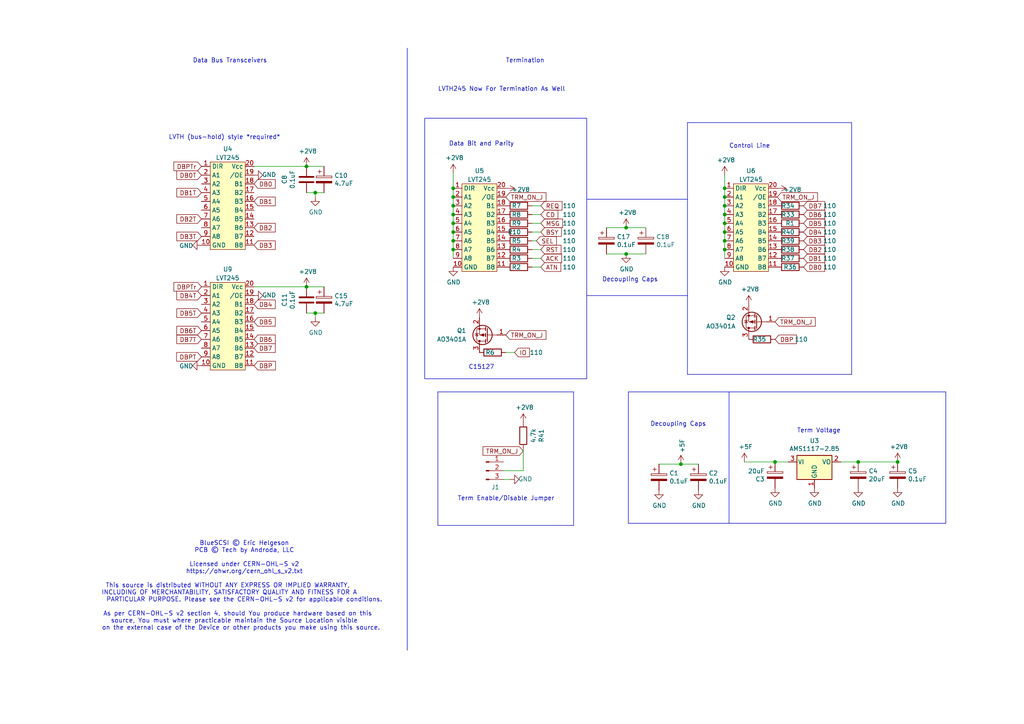
<source format=kicad_sch>
(kicad_sch (version 20231120) (generator "eeschema") (generator_version "8.0")
  (paper "A4")
  (title_block (title "BlueSCSI V2, Desktop 50 Pin, Top Connector, 2023.10a") (date "October 2023") (rev "1") (company "Tech by Androda, LLC"))
  (lib_symbols
    (symbol "Connector:Conn_01x03_Male" (pin_names (offset 1.016) hide)
      (property "Reference" "J" (at 0 5.08 0))
      (property "Value" "Conn_01x03_Male" (at 0 -5.08 0))
      (symbol "Conn_01x03_Male_1_1"
        (polyline (pts (xy 1.27 -2.54) (xy 0.8636 -2.54)) (stroke (width 0.1524)))
        (polyline (pts (xy 1.27 0) (xy 0.8636 0)) (stroke (width 0.1524)))
        (polyline (pts (xy 1.27 2.54) (xy 0.8636 2.54)) (stroke (width 0.1524)))
        (rectangle (start 0.8636 -2.413) (end 0 -2.667) (stroke (width 0.1524)) (fill (type outline)))
        (rectangle (start 0.8636 0.127) (end 0 -0.127) (stroke (width 0.1524)) (fill (type outline)))
        (rectangle (start 0.8636 2.667) (end 0 2.413) (stroke (width 0.1524)) (fill (type outline)))
        (pin passive line (at 5.08 2.54 180) (length 3.81) (name "Pin_1") (number "1"))
        (pin passive line (at 5.08 0 180) (length 3.81) (name "Pin_2") (number "2"))
        (pin passive line (at 5.08 -2.54 180) (length 3.81) (name "Pin_3") (number "3"))
      )
    )
    (symbol "Device:C" (pin_numbers hide) (pin_names (offset 0.254))
      (property "Reference" "C" (at 0.635 2.54 0))
      (property "Value" "C" (at 0.635 -2.54 0))
      (symbol "C_0_1"
        (polyline (pts (xy -2.032 -0.762) (xy 2.032 -0.762)) (stroke (width 0.508)))
        (polyline (pts (xy -2.032 0.762) (xy 2.032 0.762)) (stroke (width 0.508)))
      )
      (symbol "C_1_1"
        (pin passive line (at 0 3.81 270) (length 2.794) (name "~") (number "1"))
        (pin passive line (at 0 -3.81 90) (length 2.794) (name "~") (number "2"))
      )
    )
    (symbol "Device:CP" (pin_numbers hide) (pin_names (offset 0.254))
      (property "Reference" "C" (at 0.635 2.54 0))
      (property "Value" "Device_CP" (at 0.635 -2.54 0))
      (symbol "CP_0_1"
        (rectangle (start -2.286 0.508) (end 2.286 1.016))
        (polyline (pts (xy -1.778 2.286) (xy -0.762 2.286)))
        (polyline (pts (xy -1.27 2.794) (xy -1.27 1.778)))
        (rectangle (start 2.286 -0.508) (end -2.286 -1.016) (fill (type outline)))
      )
      (symbol "CP_1_1"
        (pin passive line (at 0 3.81 270) (length 2.794) (name "~") (number "1"))
        (pin passive line (at 0 -3.81 90) (length 2.794) (name "~") (number "2"))
      )
    )
    (symbol "Device:R" (pin_numbers hide) (pin_names (offset 0))
      (property "Reference" "R" (at 2.032 0 90))
      (property "Value" "R" (at 0 0 90))
      (symbol "R_0_1"
        (rectangle (start -1.016 -2.54) (end 1.016 2.54) (stroke (width 0.254)))
      )
      (symbol "R_1_1"
        (pin passive line (at 0 3.81 270) (length 1.27) (name "~") (number "1"))
        (pin passive line (at 0 -3.81 90) (length 1.27) (name "~") (number "2"))
      )
    )
    (symbol "New_Library:LVT245"
      (property "Reference" "U" (at 0 0 0))
      (property "Value" "LVT245" (at 0 2.54 0))
      (symbol "LVT245_0_1"
        (rectangle (start 5.08 -2.54) (end -5.08 -27.94) (fill (type background)))
      )
      (symbol "LVT245_1_1"
        (pin input line (at -7.62 -3.81 0) (length 2.54) (name "DIR") (number "1"))
        (pin input line (at -7.62 -26.67 0) (length 2.54) (name "GND") (number "10"))
        (pin input line (at 7.62 -26.67 180) (length 2.54) (name "B8") (number "11"))
        (pin input line (at 7.62 -24.13 180) (length 2.54) (name "B7") (number "12"))
        (pin input line (at 7.62 -21.59 180) (length 2.54) (name "B6") (number "13"))
        (pin input line (at 7.62 -19.05 180) (length 2.54) (name "B5") (number "14"))
        (pin input line (at 7.62 -16.51 180) (length 2.54) (name "B4") (number "15"))
        (pin input line (at 7.62 -13.97 180) (length 2.54) (name "B3") (number "16"))
        (pin input line (at 7.62 -11.43 180) (length 2.54) (name "B2") (number "17"))
        (pin input line (at 7.62 -8.89 180) (length 2.54) (name "B1") (number "18"))
        (pin input line (at 7.62 -6.35 180) (length 2.54) (name "/OE") (number "19"))
        (pin input line (at -7.62 -6.35 0) (length 2.54) (name "A1") (number "2"))
        (pin input line (at 7.62 -3.81 180) (length 2.54) (name "Vcc") (number "20"))
        (pin input line (at -7.62 -8.89 0) (length 2.54) (name "A2") (number "3"))
        (pin input line (at -7.62 -11.43 0) (length 2.54) (name "A3") (number "4"))
        (pin input line (at -7.62 -13.97 0) (length 2.54) (name "A4") (number "5"))
        (pin input line (at -7.62 -16.51 0) (length 2.54) (name "A5") (number "6"))
        (pin input line (at -7.62 -19.05 0) (length 2.54) (name "A6") (number "7"))
        (pin input line (at -7.62 -21.59 0) (length 2.54) (name "A7") (number "8"))
        (pin input line (at -7.62 -24.13 0) (length 2.54) (name "A8") (number "9"))
      )
    )
    (symbol "Regulator_Linear:AMS1117CD-2.85" (pin_names (offset 0.254))
      (property "Reference" "U" (at -3.81 3.175 0))
      (property "Value" "AMS1117CD-2.85" (at 0 3.175 0))
      (symbol "AMS1117CD-2.85_0_1"
        (rectangle (start -5.08 -5.08) (end 5.08 1.905) (stroke (width 0.254)) (fill (type background)))
      )
      (symbol "AMS1117CD-2.85_1_1"
        (pin power_in line (at 0 -7.62 90) (length 2.54) (name "GND") (number "1"))
        (pin power_out line (at 7.62 0 180) (length 2.54) (name "VO") (number "2"))
        (pin power_in line (at -7.62 0 0) (length 2.54) (name "VI") (number "3"))
      )
    )
    (symbol "Transistor_FET:AO3401A" (pin_names hide)
      (property "Reference" "Q" (at 5.08 1.905 0))
      (property "Value" "AO3401A" (at 5.08 0 0))
      (symbol "AO3401A_0_1"
        (polyline (pts (xy 0.254 0) (xy -2.54 0)))
        (polyline (pts (xy 0.254 1.905) (xy 0.254 -1.905)) (stroke (width 0.254)))
        (polyline (pts (xy 0.762 -1.27) (xy 0.762 -2.286)) (stroke (width 0.254)))
        (polyline (pts (xy 0.762 0.508) (xy 0.762 -0.508)) (stroke (width 0.254)))
        (polyline (pts (xy 0.762 2.286) (xy 0.762 1.27)) (stroke (width 0.254)))
        (polyline (pts (xy 2.54 2.54) (xy 2.54 1.778)))
        (polyline (pts (xy 2.54 -2.54) (xy 2.54 0) (xy 0.762 0)))
        (polyline (pts (xy 0.762 1.778) (xy 3.302 1.778) (xy 3.302 -1.778) (xy 0.762 -1.778)))
        (polyline (pts (xy 2.286 0) (xy 1.27 0.381) (xy 1.27 -0.381) (xy 2.286 0)) (fill (type outline)))
        (polyline (pts (xy 2.794 -0.508) (xy 2.921 -0.381) (xy 3.683 -0.381) (xy 3.81 -0.254)))
        (polyline (pts (xy 3.302 -0.381) (xy 2.921 0.254) (xy 3.683 0.254) (xy 3.302 -0.381)))
        (circle (center 1.651 0) (radius 2.794) (stroke (width 0.254)))
        (circle (center 2.54 -1.778) (radius 0.254) (fill (type outline)))
        (circle (center 2.54 1.778) (radius 0.254) (fill (type outline)))
      )
      (symbol "AO3401A_1_1"
        (pin input line (at -5.08 0 0) (length 2.54) (name "G") (number "1"))
        (pin passive line (at 2.54 -5.08 90) (length 2.54) (name "S") (number "2"))
        (pin passive line (at 2.54 5.08 270) (length 2.54) (name "D") (number "3"))
      )
    )
    (symbol "power:+2V8" (power) (pin_names (offset 0))
      (property "Value" "+2V8" (at 0 3.556 0))
      (symbol "+2V8_0_1"
        (polyline (pts (xy -0.762 1.27) (xy 0 2.54)))
        (polyline (pts (xy 0 0) (xy 0 2.54)))
        (polyline (pts (xy 0 2.54) (xy 0.762 1.27)))
      )
      (symbol "+2V8_1_1"
        (pin power_in line (at 0 0 90) (length 0) hide (name "+2V8") (number "1"))
      )
    )
    (symbol "power:+5F" (power) (pin_names (offset 0))
      (property "Value" "+5F" (at 0 3.556 0))
      (symbol "+5F_0_1"
        (polyline (pts (xy -0.762 1.27) (xy 0 2.54)))
        (polyline (pts (xy 0 0) (xy 0 2.54)))
        (polyline (pts (xy 0 2.54) (xy 0.762 1.27)))
      )
      (symbol "+5F_1_1"
        (pin power_in line (at 0 0 90) (length 0) hide (name "+5F") (number "1"))
      )
    )
    (symbol "power:GND" (power) (pin_names (offset 0))
      (property "Value" "GND" (at 0 -3.81 0))
      (symbol "GND_0_1"
        (polyline (pts (xy 0 0) (xy 0 -1.27) (xy 1.27 -1.27) (xy 0 -2.54) (xy -1.27 -1.27) (xy 0 -1.27)))
      )
      (symbol "GND_1_1"
        (pin power_in line (at 0 0 270) (length 0) hide (name "GND") (number "1"))
      )
    )
  )
  (junction (at 131.445 69.85))
  (junction (at 131.445 54.61))
  (junction (at 131.445 57.15))
  (junction (at 210.185 64.77))
  (junction (at 210.185 72.39))
  (junction (at 131.445 67.31))
  (junction (at 88.9 83.185))
  (junction (at 131.445 64.77))
  (junction (at 131.445 59.69))
  (junction (at 210.185 57.15))
  (junction (at 210.185 62.23))
  (junction (at 91.44 90.805))
  (junction (at 131.445 62.23))
  (junction (at 91.44 55.88))
  (junction (at 210.185 59.69))
  (junction (at 210.185 69.85))
  (junction (at 224.79 133.985))
  (junction (at 210.185 67.31))
  (junction (at 260.35 133.985))
  (junction (at 131.445 72.39))
  (junction (at 181.61 73.66))
  (junction (at 181.61 66.04))
  (junction (at 210.185 54.61))
  (junction (at 197.485 134.62))
  (junction (at 248.92 133.985))
  (junction (at 88.9 48.26))
  (wire (pts (xy 210.185 64.77) (xy 210.185 67.31)))
  (wire (pts (xy 197.485 134.62) (xy 202.565 134.62)))
  (wire (pts (xy 248.92 133.985) (xy 260.35 133.985)))
  (wire (pts (xy 175.895 73.66) (xy 181.61 73.66)))
  (wire (pts (xy 146.05 136.525) (xy 151.765 136.525)))
  (wire (pts (xy 210.185 67.31) (xy 210.185 69.85)))
  (wire (pts (xy 91.44 90.805) (xy 91.44 92.075)))
  (polyline (pts (xy 170.18 85.725) (xy 199.39 85.725)))
  (wire (pts (xy 243.84 133.985) (xy 248.92 133.985)))
  (wire (pts (xy 210.185 50.8) (xy 210.185 54.61)))
  (wire (pts (xy 210.185 72.39) (xy 210.185 74.93)))
  (polyline (pts (xy 118.11 13.97) (xy 118.11 188.595)))
  (wire (pts (xy 73.66 48.26) (xy 88.9 48.26)))
  (polyline (pts (xy 123.19 34.29) (xy 170.18 34.29)))
  (wire (pts (xy 156.845 67.31) (xy 154.305 67.31)))
  (polyline (pts (xy 182.245 113.665) (xy 182.245 151.765)))
  (polyline (pts (xy 199.39 35.56) (xy 247.015 35.56)))
  (polyline (pts (xy 123.19 109.855) (xy 170.18 109.855)))
  (wire (pts (xy 154.305 72.39) (xy 156.845 72.39)))
  (wire (pts (xy 131.445 64.77) (xy 131.445 67.31)))
  (wire (pts (xy 146.05 139.065) (xy 147.955 139.065)))
  (wire (pts (xy 73.66 83.185) (xy 88.9 83.185)))
  (wire (pts (xy 181.61 73.66) (xy 187.325 73.66)))
  (polyline (pts (xy 170.18 109.855) (xy 170.18 34.29)))
  (wire (pts (xy 154.305 59.69) (xy 156.845 59.69)))
  (wire (pts (xy 131.445 59.69) (xy 131.445 62.23)))
  (wire (pts (xy 88.9 48.26) (xy 93.98 48.26)))
  (wire (pts (xy 131.445 72.39) (xy 131.445 74.93)))
  (polyline (pts (xy 127 113.665) (xy 127 152.4)))
  (wire (pts (xy 154.305 62.23) (xy 156.845 62.23)))
  (polyline (pts (xy 211.455 113.665) (xy 211.455 151.765)))
  (wire (pts (xy 156.845 64.77) (xy 154.305 64.77)))
  (wire (pts (xy 88.9 83.185) (xy 93.98 83.185)))
  (polyline (pts (xy 166.37 152.4) (xy 166.37 113.665)))
  (polyline (pts (xy 170.18 57.785) (xy 199.39 57.785)))
  (wire (pts (xy 91.44 55.88) (xy 91.44 57.15)))
  (wire (pts (xy 210.185 62.23) (xy 210.185 64.77)))
  (wire (pts (xy 131.445 62.23) (xy 131.445 64.77)))
  (wire (pts (xy 131.445 50.165) (xy 131.445 54.61)))
  (wire (pts (xy 210.185 59.69) (xy 210.185 62.23)))
  (wire (pts (xy 210.185 54.61) (xy 210.185 57.15)))
  (polyline (pts (xy 247.015 108.585) (xy 247.015 35.56)))
  (polyline (pts (xy 182.245 113.665) (xy 274.32 113.665)))
  (wire (pts (xy 215.9 133.985) (xy 224.79 133.985)))
  (wire (pts (xy 175.895 66.04) (xy 181.61 66.04)))
  (wire (pts (xy 154.305 77.47) (xy 156.845 77.47)))
  (wire (pts (xy 91.44 55.88) (xy 93.98 55.88)))
  (wire (pts (xy 181.61 66.04) (xy 187.325 66.04)))
  (wire (pts (xy 149.225 102.235) (xy 146.685 102.235)))
  (polyline (pts (xy 274.32 113.665) (xy 274.32 151.765)))
  (wire (pts (xy 156.845 74.93) (xy 154.305 74.93)))
  (wire (pts (xy 131.445 69.85) (xy 131.445 72.39)))
  (polyline (pts (xy 199.39 108.585) (xy 247.015 108.585)))
  (polyline (pts (xy 123.19 34.29) (xy 123.19 109.855)))
  (wire (pts (xy 210.185 57.15) (xy 210.185 59.69)))
  (wire (pts (xy 88.9 55.88) (xy 91.44 55.88)))
  (wire (pts (xy 131.445 54.61) (xy 131.445 57.15)))
  (wire (pts (xy 210.185 69.85) (xy 210.185 72.39)))
  (wire (pts (xy 191.135 134.62) (xy 197.485 134.62)))
  (wire (pts (xy 131.445 57.15) (xy 131.445 59.69)))
  (wire (pts (xy 224.79 133.985) (xy 228.6 133.985)))
  (wire (pts (xy 154.305 69.85) (xy 155.575 69.85)))
  (wire (pts (xy 131.445 67.31) (xy 131.445 69.85)))
  (polyline (pts (xy 127 113.665) (xy 166.37 113.665)))
  (polyline (pts (xy 127 152.4) (xy 166.37 152.4)))
  (polyline (pts (xy 199.39 35.56) (xy 199.39 108.585)))
  (wire (pts (xy 91.44 90.805) (xy 93.98 90.805)))
  (wire (pts (xy 151.765 136.525) (xy 151.765 130.175)))
  (wire (pts (xy 88.9 90.805) (xy 91.44 90.805)))
  (polyline (pts (xy 274.32 151.765) (xy 182.245 151.765)))
  (text "Data Bus Transceivers" (at 55.88 18.415 0) (effects (font (size 1.27 1.27)) (justify left bottom)))
  (text "C15127" (at 135.89 107.315 0) (effects (font (size 1.27 1.27)) (justify left bottom)))
  (text "Control Line" (at 211.455 43.18 0) (effects (font (size 1.27 1.27)) (justify left bottom)))
  (text "Decoupling Caps" (at 188.595 123.825 0) (effects (font (size 1.27 1.27)) (justify left bottom)))
  (text "Data Bit and Parity" (at 130.175 42.545 0) (effects (font (size 1.27 1.27)) (justify left bottom)))
  (text "Termination" (at 146.685 18.415 0) (effects (font (size 1.27 1.27)) (justify left bottom)))
  (text "Term Voltage" (at 231.14 125.73 0) (effects (font (size 1.27 1.27)) (justify left bottom)))
  (text "Term Enable/Disable Jumper" (at 132.715 145.415 0) (effects (font (size 1.27 1.27)) (justify left bottom)))
  (text "Decoupling Caps" (at 174.625 81.915 0) (effects (font (size 1.27 1.27)) (justify left bottom)))
  (text "LVTH245 Now For Termination As Well" (at 127 26.67 0) (effects (font (size 1.27 1.27)) (justify left bottom)))
  (text "LVTH (bus-hold) style *required*" (at 48.895 40.64 0) (effects (font (size 1.27 1.27)) (justify left bottom)))
  (text "BlueSCSI © Eric Helgeson\nPCB © Tech by Androda, LLC\n\nLicensed under CERN-OHL-S v2\nhttps://ohwr.org/cern_ohl_s_v2.txt\n\nThis source is distributed WITHOUT ANY EXPRESS OR IMPLIED WARRANTY,          \nINCLUDING OF MERCHANTABILITY, SATISFACTORY QUALITY AND FITNESS FOR A         \nPARTICULAR PURPOSE. Please see the CERN-OHL-S v2 for applicable conditions.\n\nAs per CERN-OHL-S v2 section 4, should You produce hardware based on this    \nsource, You must where practicable maintain the Source Location visible      \non the external case of the Device or other products you make using this source.  \n" (at 70.866 169.926 0) (effects (font (size 1.27 1.27))))
  (global_label "DB3T" (shape input) (at 58.42 68.58 180) (property "Intersheetrefs" "${INTERSHEET_REFS}" (effects (hide yes))))
  (global_label "TRM_ON_J" (shape input) (at 151.765 130.81 180) (property "Intersheetrefs" "${INTERSHEET_REFS}" (effects (hide yes))))
  (global_label "DB1" (shape input) (at 233.045 74.93 0) (property "Intersheetrefs" "${INTERSHEET_REFS}" (effects (hide yes))))
  (global_label "TRM_ON_J" (shape input) (at 225.425 57.15 0) (property "Intersheetrefs" "${INTERSHEET_REFS}" (effects (hide yes))))
  (global_label "DBPTr" (shape input) (at 58.42 83.185 180) (property "Intersheetrefs" "${INTERSHEET_REFS}" (effects (hide yes))))
  (global_label "DB7" (shape input) (at 73.66 100.965 0) (property "Intersheetrefs" "${INTERSHEET_REFS}" (effects (hide yes))))
  (global_label "DBPTr" (shape input) (at 58.42 48.26 180) (property "Intersheetrefs" "${INTERSHEET_REFS}" (effects (hide yes))))
  (global_label "DB5T" (shape input) (at 58.42 90.805 180) (property "Intersheetrefs" "${INTERSHEET_REFS}" (effects (hide yes))))
  (global_label "DB2" (shape input) (at 73.66 66.04 0) (property "Intersheetrefs" "${INTERSHEET_REFS}" (effects (hide yes))))
  (global_label "CD" (shape input) (at 156.845 62.23 0) (property "Intersheetrefs" "${INTERSHEET_REFS}" (effects (hide yes))))
  (global_label "TRM_ON_J" (shape input) (at 146.685 97.155 0) (property "Intersheetrefs" "${INTERSHEET_REFS}" (effects (hide yes))))
  (global_label "DBP" (shape input) (at 224.79 98.425 0) (property "Intersheetrefs" "${INTERSHEET_REFS}" (effects (hide yes))))
  (global_label "DB6T" (shape input) (at 58.42 95.885 180) (property "Intersheetrefs" "${INTERSHEET_REFS}" (effects (hide yes))))
  (global_label "DB7T" (shape input) (at 58.42 98.425 180) (property "Intersheetrefs" "${INTERSHEET_REFS}" (effects (hide yes))))
  (global_label "DB0T" (shape input) (at 58.42 50.8 180) (property "Intersheetrefs" "${INTERSHEET_REFS}" (effects (hide yes))))
  (global_label "DB0" (shape input) (at 73.66 53.34 0) (property "Intersheetrefs" "${INTERSHEET_REFS}" (effects (hide yes))))
  (global_label "DB7" (shape input) (at 233.045 59.69 0) (property "Intersheetrefs" "${INTERSHEET_REFS}" (effects (hide yes))))
  (global_label "ATN" (shape input) (at 156.845 77.47 0) (property "Intersheetrefs" "${INTERSHEET_REFS}" (effects (hide yes))))
  (global_label "RST" (shape input) (at 156.845 72.39 0) (property "Intersheetrefs" "${INTERSHEET_REFS}" (effects (hide yes))))
  (global_label "DB3" (shape input) (at 73.66 71.12 0) (property "Intersheetrefs" "${INTERSHEET_REFS}" (effects (hide yes))))
  (global_label "DB5" (shape input) (at 73.66 93.345 0) (property "Intersheetrefs" "${INTERSHEET_REFS}" (effects (hide yes))))
  (global_label "TRM_ON_J" (shape input) (at 224.79 93.345 0) (property "Intersheetrefs" "${INTERSHEET_REFS}" (effects (hide yes))))
  (global_label "ACK" (shape input) (at 156.845 74.93 0) (property "Intersheetrefs" "${INTERSHEET_REFS}" (effects (hide yes))))
  (global_label "DB2T" (shape input) (at 58.42 63.5 180) (property "Intersheetrefs" "${INTERSHEET_REFS}" (effects (hide yes))))
  (global_label "MSG" (shape input) (at 156.845 64.77 0) (property "Intersheetrefs" "${INTERSHEET_REFS}" (effects (hide yes))))
  (global_label "REQ" (shape input) (at 156.845 59.69 0) (property "Intersheetrefs" "${INTERSHEET_REFS}" (effects (hide yes))))
  (global_label "IO" (shape input) (at 149.225 102.235 0) (property "Intersheetrefs" "${INTERSHEET_REFS}" (effects (hide yes))))
  (global_label "DB5" (shape input) (at 233.045 64.77 0) (property "Intersheetrefs" "${INTERSHEET_REFS}" (effects (hide yes))))
  (global_label "DB0" (shape input) (at 233.045 77.47 0) (property "Intersheetrefs" "${INTERSHEET_REFS}" (effects (hide yes))))
  (global_label "DB1T" (shape input) (at 58.42 55.88 180) (property "Intersheetrefs" "${INTERSHEET_REFS}" (effects (hide yes))))
  (global_label "DB6" (shape input) (at 233.045 62.23 0) (property "Intersheetrefs" "${INTERSHEET_REFS}" (effects (hide yes))))
  (global_label "DB3" (shape input) (at 233.045 69.85 0) (property "Intersheetrefs" "${INTERSHEET_REFS}" (effects (hide yes))))
  (global_label "DBPT" (shape input) (at 58.42 103.505 180) (property "Intersheetrefs" "${INTERSHEET_REFS}" (effects (hide yes))))
  (global_label "TRM_ON_J" (shape input) (at 146.685 57.15 0) (property "Intersheetrefs" "${INTERSHEET_REFS}" (effects (hide yes))))
  (global_label "SEL" (shape input) (at 155.575 69.85 0) (property "Intersheetrefs" "${INTERSHEET_REFS}" (effects (hide yes))))
  (global_label "DB4" (shape input) (at 73.66 88.265 0) (property "Intersheetrefs" "${INTERSHEET_REFS}" (effects (hide yes))))
  (global_label "DB2" (shape input) (at 233.045 72.39 0) (property "Intersheetrefs" "${INTERSHEET_REFS}" (effects (hide yes))))
  (global_label "DB6" (shape input) (at 73.66 98.425 0) (property "Intersheetrefs" "${INTERSHEET_REFS}" (effects (hide yes))))
  (global_label "BSY" (shape input) (at 156.845 67.31 0) (property "Intersheetrefs" "${INTERSHEET_REFS}" (effects (hide yes))))
  (global_label "DB4T" (shape input) (at 58.42 85.725 180) (property "Intersheetrefs" "${INTERSHEET_REFS}" (effects (hide yes))))
  (global_label "DBP" (shape input) (at 73.66 106.045 0) (property "Intersheetrefs" "${INTERSHEET_REFS}" (effects (hide yes))))
  (global_label "DB4" (shape input) (at 233.045 67.31 0) (property "Intersheetrefs" "${INTERSHEET_REFS}" (effects (hide yes))))
  (global_label "DB1" (shape input) (at 73.66 58.42 0) (property "Intersheetrefs" "${INTERSHEET_REFS}" (effects (hide yes))))
  (symbol (lib_id "Device:CP") (at 260.35 137.795 0) (unit 1)
    (property "Reference" "C5" (at 263.3472 136.6266 0) (effects (justify left)))
    (property "Value" "0.1uF" (at 263.3472 138.938 0) (effects (justify left)))
    (property "Footprint" "Capacitor_SMD:C_0805_2012Metric_Pad1.15x1.40mm_HandSolder" (effects (hide yes)))
  )
  (symbol (lib_id "power:GND") (at 147.955 139.065 90) (unit 1)
    (property "Reference" "#PWR04" (effects (hide yes)))
    (property "Value" "GND" (at 152.3492 138.938 90))
  )
  (symbol (lib_id "New_Library:LVT245") (at 217.805 50.8 0) (unit 1)
    (property "Reference" "U6" (at 217.805 49.53 0))
    (property "Value" "LVT245" (at 217.805 52.07 0))
    (property "Footprint" "Package_SO:TSSOP-20_4.4x6.5mm_P0.65mm" (effects (hide yes)))
  )
  (symbol (lib_id "New_Library:LVT245") (at 139.065 50.8 0) (unit 1)
    (property "Reference" "U5" (at 139.065 49.53 0))
    (property "Value" "LVT245" (at 139.065 52.07 0))
    (property "Footprint" "Package_SO:TSSOP-20_4.4x6.5mm_P0.65mm" (effects (hide yes)))
  )
  (symbol (lib_id "power:GND") (at 181.61 73.66 0) (unit 1)
    (property "Reference" "#PWR054" (effects (hide yes)))
    (property "Value" "GND" (at 181.737 78.0542 0))
  )
  (symbol (lib_id "power:+2V8") (at 225.425 54.61 270) (unit 1)
    (property "Reference" "#PWR0109" (effects (hide yes)))
    (property "Value" "+2V8" (at 229.8192 54.991 90))
  )
  (symbol (lib_id "New_Library:LVT245") (at 66.04 44.45 0) (unit 1)
    (property "Reference" "U4" (at 66.04 43.18 0))
    (property "Value" "LVT245" (at 66.04 45.72 0))
    (property "Footprint" "Package_SO:TSSOP-20_4.4x6.5mm_P0.65mm" (effects (hide yes)))
  )
  (symbol (lib_id "Device:C") (at 88.9 52.07 0) (unit 1)
    (property "Reference" "C8" (at 82.4992 52.07 90))
    (property "Value" "0.1uF" (at 84.8106 52.07 90))
    (property "Footprint" "Capacitor_SMD:C_0805_2012Metric_Pad1.18x1.45mm_HandSolder" (effects (hide yes)))
  )
  (symbol (lib_id "Device:CP") (at 191.135 138.43 0) (unit 1)
    (property "Reference" "C1" (at 194.1322 137.2616 0) (effects (justify left)))
    (property "Value" "0.1uF" (at 194.1322 139.573 0) (effects (justify left)))
    (property "Footprint" "Capacitor_SMD:C_0805_2012Metric_Pad1.15x1.40mm_HandSolder" (effects (hide yes)))
  )
  (symbol (lib_id "Device:R") (at 229.235 69.85 90) (mirror x) (unit 1)
    (property "Reference" "R39" (at 230.505 69.85 90) (effects (justify left)))
    (property "Value" "110" (at 242.57 69.85 90) (effects (justify left)))
    (property "Footprint" "Resistor_SMD:R_0603_1608Metric_Pad0.98x0.95mm_HandSolder" (effects (hide yes)))
  )
  (symbol (lib_id "power:+2V8") (at 151.765 122.555 0) (unit 1)
    (property "Reference" "#PWR058" (effects (hide yes)))
    (property "Value" "+2V8" (at 152.146 118.1608 0))
  )
  (symbol (lib_id "power:+5F") (at 197.485 134.62 0) (unit 1)
    (property "Reference" "#PWR0116" (effects (hide yes)))
    (property "Value" "+5F" (at 197.866 131.3688 90) (effects (justify left)))
  )
  (symbol (lib_id "Regulator_Linear:AMS1117CD-2.85") (at 236.22 133.985 0) (unit 1)
    (property "Reference" "U3" (at 236.22 127.8382 0))
    (property "Value" "AMS1117-2.85" (at 236.22 130.1496 0))
    (property "Footprint" "Package_TO_SOT_SMD:SOT-223-3_TabPin2" (effects (hide yes)))
    (property "Datasheet" "http://www.advanced-monolithic.com/pdf/ds1117.pdf" (effects (hide yes)))
  )
  (symbol (lib_id "power:GND") (at 191.135 142.24 0) (unit 1)
    (property "Reference" "#PWR03" (effects (hide yes)))
    (property "Value" "GND" (at 191.262 146.6342 0))
  )
  (symbol (lib_id "Transistor_FET:AO3401A") (at 141.605 97.155 180) (unit 1)
    (property "Reference" "Q1" (at 135.255 95.8849 0) (effects (justify left)))
    (property "Value" "AO3401A" (at 135.255 98.4249 0) (effects (justify left)))
    (property "Footprint" "Package_TO_SOT_SMD:SOT-23" (effects (hide yes)))
    (property "Datasheet" "http://www.aosmd.com/pdfs/datasheet/AO3401A.pdf" (effects (hide yes)))
  )
  (symbol (lib_id "power:GND") (at 58.42 106.045 270) (unit 1)
    (property "Reference" "#PWR011" (effects (hide yes)))
    (property "Value" "GND" (at 54.0258 106.172 90))
  )
  (symbol (lib_id "power:GND") (at 224.79 141.605 0) (unit 1)
    (property "Reference" "#PWR07" (effects (hide yes)))
    (property "Value" "GND" (at 224.917 145.9992 0))
  )
  (symbol (lib_id "power:GND") (at 91.44 57.15 0) (unit 1)
    (property "Reference" "#PWR010" (effects (hide yes)))
    (property "Value" "GND" (at 91.567 61.5442 0))
  )
  (symbol (lib_id "Device:CP") (at 224.79 137.795 0) (unit 1)
    (property "Reference" "C3" (at 221.7928 138.9634 0) (effects (justify right)))
    (property "Value" "20uF" (at 221.7928 136.652 0) (effects (justify right)))
    (property "Footprint" "Capacitor_SMD:C_1206_3216Metric_Pad1.42x1.75mm_HandSolder" (effects (hide yes)))
  )
  (symbol (lib_id "power:GND") (at 248.92 141.605 0) (unit 1)
    (property "Reference" "#PWR013" (effects (hide yes)))
    (property "Value" "GND" (at 249.047 145.9992 0))
  )
  (symbol (lib_id "Device:R") (at 229.235 59.69 90) (unit 1)
    (property "Reference" "R34" (at 230.505 59.69 90) (effects (justify left)))
    (property "Value" "110" (at 242.57 59.69 90) (effects (justify left)))
    (property "Footprint" "Resistor_SMD:R_0603_1608Metric_Pad0.98x0.95mm_HandSolder" (effects (hide yes)))
  )
  (symbol (lib_id "Device:R") (at 150.495 77.47 90) (unit 1)
    (property "Reference" "R2" (at 151.13 77.47 90) (effects (justify left)))
    (property "Value" "110" (at 167.005 77.47 90) (effects (justify left)))
    (property "Footprint" "Resistor_SMD:R_0603_1608Metric_Pad0.98x0.95mm_HandSolder" (effects (hide yes)))
  )
  (symbol (lib_id "Device:R") (at 150.495 69.85 90) (mirror x) (unit 1)
    (property "Reference" "R5" (at 151.13 69.85 90) (effects (justify left)))
    (property "Value" "110" (at 167.005 69.85 90) (effects (justify left)))
    (property "Footprint" "Resistor_SMD:R_0603_1608Metric_Pad0.98x0.95mm_HandSolder" (effects (hide yes)))
  )
  (symbol (lib_id "power:GND") (at 236.22 141.605 0) (unit 1)
    (property "Reference" "#PWR012" (effects (hide yes)))
    (property "Value" "GND" (at 236.347 145.9992 0))
  )
  (symbol (lib_id "power:+5F") (at 215.9 133.985 0) (unit 1)
    (property "Reference" "#PWR06" (effects (hide yes)))
    (property "Value" "+5F" (at 216.281 129.5908 0))
  )
  (symbol (lib_id "Device:CP") (at 202.565 138.43 0) (unit 1)
    (property "Reference" "C2" (at 205.5622 137.2616 0) (effects (justify left)))
    (property "Value" "0.1uF" (at 205.5622 139.573 0) (effects (justify left)))
    (property "Footprint" "Capacitor_SMD:C_0805_2012Metric_Pad1.15x1.40mm_HandSolder" (effects (hide yes)))
  )
  (symbol (lib_id "power:GND") (at 91.44 92.075 0) (unit 1)
    (property "Reference" "#PWR022" (effects (hide yes)))
    (property "Value" "GND" (at 91.567 96.4692 0))
  )
  (symbol (lib_id "Device:R") (at 151.765 126.365 180) (unit 1)
    (property "Reference" "R41" (at 157.0228 126.365 90))
    (property "Value" "4.7k" (at 154.7114 126.365 90))
    (property "Footprint" "Resistor_SMD:R_0603_1608Metric_Pad0.98x0.95mm_HandSolder" (effects (hide yes)))
  )
  (symbol (lib_id "power:GND") (at 131.445 77.47 0) (unit 1)
    (property "Reference" "#PWR028" (effects (hide yes)))
    (property "Value" "GND" (at 131.572 81.8642 0))
  )
  (symbol (lib_id "power:+2V8") (at 139.065 92.075 0) (unit 1)
    (property "Reference" "#PWR031" (effects (hide yes)))
    (property "Value" "+2V8" (at 139.446 87.6808 0))
  )
  (symbol (lib_id "power:+2V8") (at 131.445 50.165 0) (unit 1)
    (property "Reference" "#PWR024" (effects (hide yes)))
    (property "Value" "+2V8" (at 131.826 45.7708 0))
  )
  (symbol (lib_id "Device:CP") (at 93.98 52.07 0) (unit 1)
    (property "Reference" "C10" (at 96.9772 50.9016 0) (effects (justify left)))
    (property "Value" "4.7uF" (at 96.9772 53.213 0) (effects (justify left)))
    (property "Footprint" "Capacitor_SMD:C_0805_2012Metric_Pad1.18x1.45mm_HandSolder" (effects (hide yes)))
  )
  (symbol (lib_id "Device:R") (at 150.495 74.93 90) (unit 1)
    (property "Reference" "R3" (at 151.13 74.93 90) (effects (justify left)))
    (property "Value" "110" (at 167.005 74.93 90) (effects (justify left)))
    (property "Footprint" "Resistor_SMD:R_0603_1608Metric_Pad0.98x0.95mm_HandSolder" (effects (hide yes)))
  )
  (symbol (lib_id "power:GND") (at 210.185 77.47 0) (unit 1)
    (property "Reference" "#PWR034" (effects (hide yes)))
    (property "Value" "GND" (at 210.312 81.8642 0))
  )
  (symbol (lib_id "power:+2V8") (at 88.9 83.185 0) (unit 1)
    (property "Reference" "#PWR021" (effects (hide yes)))
    (property "Value" "+2V8" (at 89.281 78.7908 0))
  )
  (symbol (lib_id "Device:R") (at 229.235 62.23 90) (unit 1)
    (property "Reference" "R33" (at 230.505 62.23 90) (effects (justify left)))
    (property "Value" "110" (at 242.57 62.23 90) (effects (justify left)))
    (property "Footprint" "Resistor_SMD:R_0603_1608Metric_Pad0.98x0.95mm_HandSolder" (effects (hide yes)))
  )
  (symbol (lib_id "power:+2V8") (at 210.185 50.8 0) (unit 1)
    (property "Reference" "#PWR033" (effects (hide yes)))
    (property "Value" "+2V8" (at 210.566 46.4058 0))
  )
  (symbol (lib_id "Device:CP") (at 175.895 69.85 0) (unit 1)
    (property "Reference" "C17" (at 178.8922 68.6816 0) (effects (justify left)))
    (property "Value" "0.1uF" (at 178.8922 70.993 0) (effects (justify left)))
    (property "Footprint" "Capacitor_SMD:C_0805_2012Metric" (effects (hide yes)))
  )
  (symbol (lib_id "Transistor_FET:AO3401A") (at 219.71 93.345 180) (unit 1)
    (property "Reference" "Q2" (at 213.36 92.0749 0) (effects (justify left)))
    (property "Value" "AO3401A" (at 213.36 94.6149 0) (effects (justify left)))
    (property "Footprint" "Package_TO_SOT_SMD:SOT-23" (effects (hide yes)))
    (property "Datasheet" "http://www.aosmd.com/pdfs/datasheet/AO3401A.pdf" (effects (hide yes)))
  )
  (symbol (lib_id "power:+2V8") (at 217.17 88.265 0) (unit 1)
    (property "Reference" "#PWR039" (effects (hide yes)))
    (property "Value" "+2V8" (at 217.551 83.8708 0))
  )
  (symbol (lib_id "Device:R") (at 142.875 102.235 90) (unit 1)
    (property "Reference" "R6" (at 143.51 102.235 90) (effects (justify left)))
    (property "Value" "110" (at 157.48 102.235 90) (effects (justify left)))
    (property "Footprint" "Resistor_SMD:R_0603_1608Metric_Pad0.98x0.95mm_HandSolder" (effects (hide yes)))
  )
  (symbol (lib_id "Device:CP") (at 187.325 69.85 0) (unit 1)
    (property "Reference" "C18" (at 190.3222 68.6816 0) (effects (justify left)))
    (property "Value" "0.1uF" (at 190.3222 70.993 0) (effects (justify left)))
    (property "Footprint" "Capacitor_SMD:C_0805_2012Metric" (effects (hide yes)))
  )
  (symbol (lib_id "Device:R") (at 229.235 72.39 90) (mirror x) (unit 1)
    (property "Reference" "R38" (at 230.505 72.39 90) (effects (justify left)))
    (property "Value" "110" (at 242.57 72.39 90) (effects (justify left)))
    (property "Footprint" "Resistor_SMD:R_0603_1608Metric_Pad0.98x0.95mm_HandSolder" (effects (hide yes)))
  )
  (symbol (lib_id "Device:R") (at 150.495 64.77 90) (unit 1)
    (property "Reference" "R9" (at 151.13 64.77 90) (effects (justify left)))
    (property "Value" "110" (at 167.005 64.77 90) (effects (justify left)))
    (property "Footprint" "Resistor_SMD:R_0603_1608Metric_Pad0.98x0.95mm_HandSolder" (effects (hide yes)))
  )
  (symbol (lib_id "power:GND") (at 202.565 142.24 0) (unit 1)
    (property "Reference" "#PWR05" (effects (hide yes)))
    (property "Value" "GND" (at 202.692 146.6342 0))
  )
  (symbol (lib_id "power:+2V8") (at 260.35 133.985 0) (unit 1)
    (property "Reference" "#PWR015" (effects (hide yes)))
    (property "Value" "+2V8" (at 260.731 129.5908 0))
  )
  (symbol (lib_id "Device:R") (at 150.495 59.69 90) (unit 1)
    (property "Reference" "R7" (at 151.13 59.69 90) (effects (justify left)))
    (property "Value" "110" (at 167.005 59.69 90) (effects (justify left)))
    (property "Footprint" "Resistor_SMD:R_0603_1608Metric_Pad0.98x0.95mm_HandSolder" (effects (hide yes)))
  )
  (symbol (lib_id "power:GND") (at 260.35 141.605 0) (unit 1)
    (property "Reference" "#PWR016" (effects (hide yes)))
    (property "Value" "GND" (at 260.477 145.9992 0))
  )
  (symbol (lib_id "power:GND") (at 73.66 85.725 90) (unit 1)
    (property "Reference" "#PWR020" (effects (hide yes)))
    (property "Value" "GND" (at 78.0542 85.598 90))
  )
  (symbol (lib_id "Device:R") (at 220.98 98.425 90) (unit 1)
    (property "Reference" "R35" (at 222.25 98.425 90) (effects (justify left)))
    (property "Value" "110" (at 234.315 98.425 90) (effects (justify left)))
    (property "Footprint" "Resistor_SMD:R_0603_1608Metric_Pad0.98x0.95mm_HandSolder" (effects (hide yes)))
  )
  (symbol (lib_id "Device:R") (at 150.495 62.23 90) (unit 1)
    (property "Reference" "R8" (at 151.13 62.23 90) (effects (justify left)))
    (property "Value" "110" (at 167.005 62.23 90) (effects (justify left)))
    (property "Footprint" "Resistor_SMD:R_0603_1608Metric_Pad0.98x0.95mm_HandSolder" (effects (hide yes)))
  )
  (symbol (lib_id "Device:CP") (at 93.98 86.995 0) (unit 1)
    (property "Reference" "C15" (at 96.9772 85.8266 0) (effects (justify left)))
    (property "Value" "4.7uF" (at 96.9772 88.138 0) (effects (justify left)))
    (property "Footprint" "Capacitor_SMD:C_0805_2012Metric_Pad1.18x1.45mm_HandSolder" (effects (hide yes)))
  )
  (symbol (lib_id "Device:C") (at 88.9 86.995 0) (unit 1)
    (property "Reference" "C11" (at 82.4992 86.995 90))
    (property "Value" "0.1uF" (at 84.8106 86.995 90))
    (property "Footprint" "Capacitor_SMD:C_0805_2012Metric_Pad1.18x1.45mm_HandSolder" (effects (hide yes)))
  )
  (symbol (lib_id "Device:R") (at 229.235 74.93 90) (mirror x) (unit 1)
    (property "Reference" "R37" (at 230.505 74.93 90) (effects (justify left)))
    (property "Value" "110" (at 242.57 74.93 90) (effects (justify left)))
    (property "Footprint" "Resistor_SMD:R_0603_1608Metric_Pad0.98x0.95mm_HandSolder" (effects (hide yes)))
  )
  (symbol (lib_id "Device:R") (at 229.235 77.47 90) (mirror x) (unit 1)
    (property "Reference" "R36" (at 231.14 77.47 90) (effects (justify left)))
    (property "Value" "110" (at 242.57 77.47 90) (effects (justify left)))
    (property "Footprint" "Resistor_SMD:R_0603_1608Metric_Pad0.98x0.95mm_HandSolder" (effects (hide yes)))
  )
  (symbol (lib_id "New_Library:LVT245") (at 66.04 79.375 0) (unit 1)
    (property "Reference" "U9" (at 66.04 78.105 0))
    (property "Value" "LVT245" (at 66.04 80.645 0))
    (property "Footprint" "Package_SO:TSSOP-20_4.4x6.5mm_P0.65mm" (effects (hide yes)))
  )
  (symbol (lib_id "power:GND") (at 73.66 50.8 90) (unit 1)
    (property "Reference" "#PWR08" (effects (hide yes)))
    (property "Value" "GND" (at 78.0542 50.673 90))
  )
  (symbol (lib_id "power:+2V8") (at 146.685 54.61 270) (unit 1)
    (property "Reference" "#PWR0110" (effects (hide yes)))
    (property "Value" "+2V8" (at 151.0792 54.991 90))
  )
  (symbol (lib_id "power:+2V8") (at 181.61 66.04 0) (unit 1)
    (property "Reference" "#PWR053" (effects (hide yes)))
    (property "Value" "+2V8" (at 181.991 61.6458 0))
  )
  (symbol (lib_id "Device:R") (at 229.235 67.31 90) (unit 1)
    (property "Reference" "R40" (at 230.505 67.31 90) (effects (justify left)))
    (property "Value" "110" (at 242.57 67.31 90) (effects (justify left)))
    (property "Footprint" "Resistor_SMD:R_0603_1608Metric_Pad0.98x0.95mm_HandSolder" (effects (hide yes)))
  )
  (symbol (lib_id "Connector:Conn_01x03_Male") (at 140.97 136.525 0) (unit 1)
    (property "Reference" "J1" (at 144.8816 141.3002 0) (effects (justify right)))
    (property "Value" "Conn_01x03_Male" (effects (hide yes)))
    (property "Footprint" "Connector_PinHeader_2.54mm:PinHeader_1x03_P2.54mm_Vertical" (effects (hide yes)))
  )
  (symbol (lib_id "Device:R") (at 229.235 64.77 90) (unit 1)
    (property "Reference" "R1" (at 230.505 64.77 90) (effects (justify left)))
    (property "Value" "110" (at 242.57 64.77 90) (effects (justify left)))
    (property "Footprint" "Resistor_SMD:R_0603_1608Metric_Pad0.98x0.95mm_HandSolder" (effects (hide yes)))
  )
  (symbol (lib_id "Device:CP") (at 248.92 137.795 0) (unit 1)
    (property "Reference" "C4" (at 251.9172 136.6266 0) (effects (justify left)))
    (property "Value" "20uF" (at 251.9172 138.938 0) (effects (justify left)))
    (property "Footprint" "Capacitor_SMD:C_1206_3216Metric_Pad1.42x1.75mm_HandSolder" (effects (hide yes)))
  )
  (symbol (lib_id "Device:R") (at 150.495 67.31 90) (unit 1)
    (property "Reference" "R10" (at 151.13 67.31 90) (effects (justify left)))
    (property "Value" "110" (at 167.005 67.31 90) (effects (justify left)))
    (property "Footprint" "Resistor_SMD:R_0603_1608Metric_Pad0.98x0.95mm_HandSolder" (effects (hide yes)))
  )
  (symbol (lib_id "Device:R") (at 150.495 72.39 90) (mirror x) (unit 1)
    (property "Reference" "R4" (at 151.13 72.39 90) (effects (justify left)))
    (property "Value" "110" (at 167.005 72.39 90) (effects (justify left)))
    (property "Footprint" "Resistor_SMD:R_0603_1608Metric_Pad0.98x0.95mm_HandSolder" (effects (hide yes)))
  )
  (symbol (lib_id "power:+2V8") (at 88.9 48.26 0) (unit 1)
    (property "Reference" "#PWR09" (effects (hide yes)))
    (property "Value" "+2V8" (at 89.281 43.8658 0))
  )
  (symbol (lib_id "power:GND") (at 58.42 71.12 270) (unit 1)
    (property "Reference" "#PWR02" (effects (hide yes)))
    (property "Value" "GND" (at 54.0258 71.247 90))
  )
)
</source>
